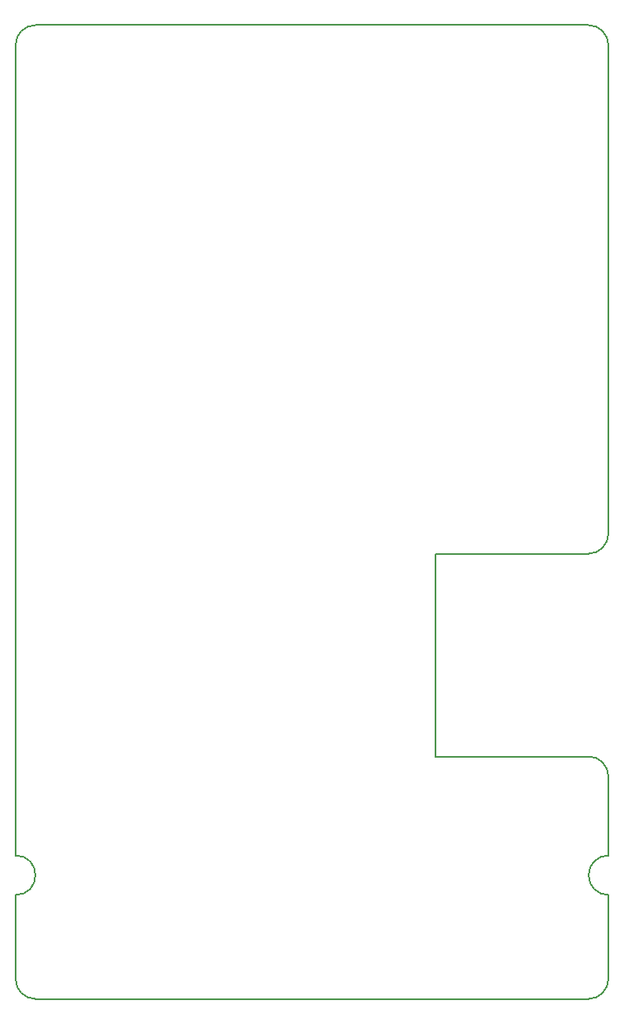
<source format=gbr>
G04 #@! TF.GenerationSoftware,KiCad,Pcbnew,(5.1.2)-1*
G04 #@! TF.CreationDate,2019-08-02T20:14:08-05:00*
G04 #@! TF.ProjectId,NavBoard_Hardware,4e617642-6f61-4726-945f-486172647761,rev?*
G04 #@! TF.SameCoordinates,Original*
G04 #@! TF.FileFunction,Profile,NP*
%FSLAX46Y46*%
G04 Gerber Fmt 4.6, Leading zero omitted, Abs format (unit mm)*
G04 Created by KiCad (PCBNEW (5.1.2)-1) date 2019-08-02 20:14:08*
%MOMM*%
%LPD*%
G04 APERTURE LIST*
%ADD10C,0.150000*%
G04 APERTURE END LIST*
D10*
X158445200Y-106730800D02*
X174190600Y-106730800D01*
X115265200Y-137718800D02*
X115265200Y-54483000D01*
X115265200Y-150418800D02*
X115265200Y-141782800D01*
X174193200Y-152450800D02*
X117297200Y-152450800D01*
X176225200Y-141782800D02*
X176225200Y-150418800D01*
X176225200Y-129590800D02*
X176225200Y-137718800D01*
X158445200Y-127558800D02*
X174193200Y-127558800D01*
X158445200Y-106730800D02*
X158445200Y-127558800D01*
X176225200Y-54483000D02*
X176225200Y-104698800D01*
X117297200Y-52451000D02*
X174193200Y-52451000D01*
X115265200Y-54483000D02*
G75*
G02X117297200Y-52451000I2032000J0D01*
G01*
X174193200Y-52451000D02*
G75*
G02X176225200Y-54483000I0J-2032000D01*
G01*
X176225200Y-104698800D02*
G75*
G02X174193200Y-106730800I-2032000J0D01*
G01*
X174193200Y-127558800D02*
G75*
G02X176225200Y-129590800I0J-2032000D01*
G01*
X174193200Y-139750800D02*
G75*
G02X176225200Y-137718800I2032000J0D01*
G01*
X176225200Y-141782800D02*
G75*
G02X174193200Y-139750800I0J2032000D01*
G01*
X176225200Y-150418800D02*
G75*
G02X174193200Y-152450800I-2032000J0D01*
G01*
X117297200Y-152450800D02*
G75*
G02X115265200Y-150418800I0J2032000D01*
G01*
X115265200Y-137718800D02*
G75*
G02X115265200Y-141782800I0J-2032000D01*
G01*
M02*

</source>
